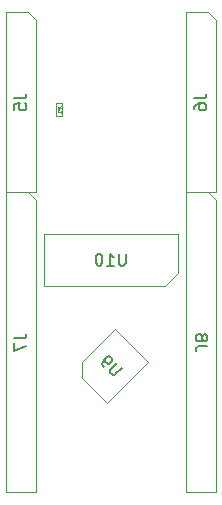
<source format=gbr>
G04 #@! TF.GenerationSoftware,KiCad,Pcbnew,5.1.9-1.fc33*
G04 #@! TF.CreationDate,2021-03-04T22:32:10+01:00*
G04 #@! TF.ProjectId,reDIP-SX,72654449-502d-4535-982e-6b696361645f,0.1*
G04 #@! TF.SameCoordinates,PX5e28010PY8011a50*
G04 #@! TF.FileFunction,Other,Fab,Bot*
%FSLAX46Y46*%
G04 Gerber Fmt 4.6, Leading zero omitted, Abs format (unit mm)*
G04 Created by KiCad (PCBNEW 5.1.9-1.fc33) date 2021-03-04 22:32:10*
%MOMM*%
%LPD*%
G01*
G04 APERTURE LIST*
%ADD10C,0.120000*%
%ADD11C,0.100000*%
%ADD12C,0.150000*%
%ADD13C,0.040000*%
G04 APERTURE END LIST*
D10*
X14540000Y21860000D02*
X3240000Y21860000D01*
X13440000Y17460000D02*
X14540000Y18560000D01*
X3240000Y17460000D02*
X13440000Y17460000D01*
X3240000Y21860000D02*
X3240000Y17460000D01*
X14540000Y18560000D02*
X14540000Y21860000D01*
D11*
X1905000Y40640000D02*
X0Y40640000D01*
X0Y40640000D02*
X0Y25400000D01*
X0Y25400000D02*
X2540000Y25400000D01*
X2540000Y25400000D02*
X2540000Y40005000D01*
X2540000Y40005000D02*
X1905000Y40640000D01*
X4790000Y31905000D02*
X4790000Y32955000D01*
X4250000Y31905000D02*
X4790000Y31905000D01*
X4250000Y32955000D02*
X4250000Y31905000D01*
X4790000Y32955000D02*
X4250000Y32955000D01*
X17145000Y40640000D02*
X15240000Y40640000D01*
X15240000Y40640000D02*
X15240000Y25400000D01*
X15240000Y25400000D02*
X17780000Y25400000D01*
X17780000Y25400000D02*
X17780000Y40005000D01*
X17780000Y40005000D02*
X17145000Y40640000D01*
X17145000Y25400000D02*
X15240000Y25400000D01*
X15240000Y25400000D02*
X15240000Y0D01*
X15240000Y0D02*
X17780000Y0D01*
X17780000Y0D02*
X17780000Y24765000D01*
X17780000Y24765000D02*
X17145000Y25400000D01*
X1905000Y25400000D02*
X0Y25400000D01*
X0Y25400000D02*
X0Y0D01*
X0Y0D02*
X2540000Y0D01*
X2540000Y0D02*
X2540000Y24765000D01*
X2540000Y24765000D02*
X1905000Y25400000D01*
X6468159Y11025876D02*
X6468159Y9647017D01*
X9243553Y13801270D02*
X6468159Y11025876D01*
X12001270Y11043553D02*
X9243553Y13801270D01*
X8536447Y7578730D02*
X12001270Y11043553D01*
X6468159Y9647017D02*
X8536447Y7578730D01*
D12*
X10128095Y20207620D02*
X10128095Y19398096D01*
X10080476Y19302858D01*
X10032857Y19255239D01*
X9937619Y19207620D01*
X9747142Y19207620D01*
X9651904Y19255239D01*
X9604285Y19302858D01*
X9556666Y19398096D01*
X9556666Y20207620D01*
X8556666Y19207620D02*
X9128095Y19207620D01*
X8842380Y19207620D02*
X8842380Y20207620D01*
X8937619Y20064762D01*
X9032857Y19969524D01*
X9128095Y19921905D01*
X7937619Y20207620D02*
X7842380Y20207620D01*
X7747142Y20160000D01*
X7699523Y20112381D01*
X7651904Y20017143D01*
X7604285Y19826667D01*
X7604285Y19588572D01*
X7651904Y19398096D01*
X7699523Y19302858D01*
X7747142Y19255239D01*
X7842380Y19207620D01*
X7937619Y19207620D01*
X8032857Y19255239D01*
X8080476Y19302858D01*
X8128095Y19398096D01*
X8175714Y19588572D01*
X8175714Y19826667D01*
X8128095Y20017143D01*
X8080476Y20112381D01*
X8032857Y20160000D01*
X7937619Y20207620D01*
X722380Y33353334D02*
X1436666Y33353334D01*
X1579523Y33400953D01*
X1674761Y33496191D01*
X1722380Y33639048D01*
X1722380Y33734286D01*
X722380Y32400953D02*
X722380Y32877143D01*
X1198571Y32924762D01*
X1150952Y32877143D01*
X1103333Y32781905D01*
X1103333Y32543810D01*
X1150952Y32448572D01*
X1198571Y32400953D01*
X1293809Y32353334D01*
X1531904Y32353334D01*
X1627142Y32400953D01*
X1674761Y32448572D01*
X1722380Y32543810D01*
X1722380Y32781905D01*
X1674761Y32877143D01*
X1627142Y32924762D01*
D13*
X4377619Y32646667D02*
X4563333Y32646667D01*
X4600476Y32659048D01*
X4625238Y32683810D01*
X4637619Y32720953D01*
X4637619Y32745715D01*
X4637619Y32522858D02*
X4377619Y32522858D01*
X4377619Y32423810D01*
X4390000Y32399048D01*
X4402380Y32386667D01*
X4427142Y32374286D01*
X4464285Y32374286D01*
X4489047Y32386667D01*
X4501428Y32399048D01*
X4513809Y32423810D01*
X4513809Y32522858D01*
X4637619Y32126667D02*
X4637619Y32275239D01*
X4637619Y32200953D02*
X4377619Y32200953D01*
X4414761Y32225715D01*
X4439523Y32250477D01*
X4451904Y32275239D01*
D12*
X15962380Y33353334D02*
X16676666Y33353334D01*
X16819523Y33400953D01*
X16914761Y33496191D01*
X16962380Y33639048D01*
X16962380Y33734286D01*
X15962380Y32448572D02*
X15962380Y32639048D01*
X16010000Y32734286D01*
X16057619Y32781905D01*
X16200476Y32877143D01*
X16390952Y32924762D01*
X16771904Y32924762D01*
X16867142Y32877143D01*
X16914761Y32829524D01*
X16962380Y32734286D01*
X16962380Y32543810D01*
X16914761Y32448572D01*
X16867142Y32400953D01*
X16771904Y32353334D01*
X16533809Y32353334D01*
X16438571Y32400953D01*
X16390952Y32448572D01*
X16343333Y32543810D01*
X16343333Y32734286D01*
X16390952Y32829524D01*
X16438571Y32877143D01*
X16533809Y32924762D01*
X17057619Y12366667D02*
X16343333Y12366667D01*
X16200476Y12319048D01*
X16105238Y12223810D01*
X16057619Y12080953D01*
X16057619Y11985715D01*
X16629047Y12985715D02*
X16676666Y12890477D01*
X16724285Y12842858D01*
X16819523Y12795239D01*
X16867142Y12795239D01*
X16962380Y12842858D01*
X17010000Y12890477D01*
X17057619Y12985715D01*
X17057619Y13176191D01*
X17010000Y13271429D01*
X16962380Y13319048D01*
X16867142Y13366667D01*
X16819523Y13366667D01*
X16724285Y13319048D01*
X16676666Y13271429D01*
X16629047Y13176191D01*
X16629047Y12985715D01*
X16581428Y12890477D01*
X16533809Y12842858D01*
X16438571Y12795239D01*
X16248095Y12795239D01*
X16152857Y12842858D01*
X16105238Y12890477D01*
X16057619Y12985715D01*
X16057619Y13176191D01*
X16105238Y13271429D01*
X16152857Y13319048D01*
X16248095Y13366667D01*
X16438571Y13366667D01*
X16533809Y13319048D01*
X16581428Y13271429D01*
X16629047Y13176191D01*
X722380Y13033334D02*
X1436666Y13033334D01*
X1579523Y13080953D01*
X1674761Y13176191D01*
X1722380Y13319048D01*
X1722380Y13414286D01*
X722380Y12652381D02*
X722380Y11985715D01*
X1722380Y12414286D01*
X9797453Y10541508D02*
X9236482Y9980537D01*
X9137487Y9947538D01*
X9071490Y9947538D01*
X8972495Y9980537D01*
X8840502Y10112530D01*
X8807504Y10211525D01*
X8807504Y10277522D01*
X8840502Y10376516D01*
X9401473Y10937488D01*
X8345527Y10607505D02*
X8213534Y10739498D01*
X8180536Y10838493D01*
X8180536Y10904490D01*
X8213534Y11069481D01*
X8312529Y11234473D01*
X8576515Y11498459D01*
X8675510Y11531458D01*
X8741507Y11531458D01*
X8840502Y11498459D01*
X8972495Y11366466D01*
X9005494Y11267471D01*
X9005494Y11201474D01*
X8972495Y11102479D01*
X8807504Y10937488D01*
X8708509Y10904490D01*
X8642512Y10904490D01*
X8543517Y10937488D01*
X8411524Y11069481D01*
X8378526Y11168476D01*
X8378526Y11234473D01*
X8411524Y11333468D01*
M02*

</source>
